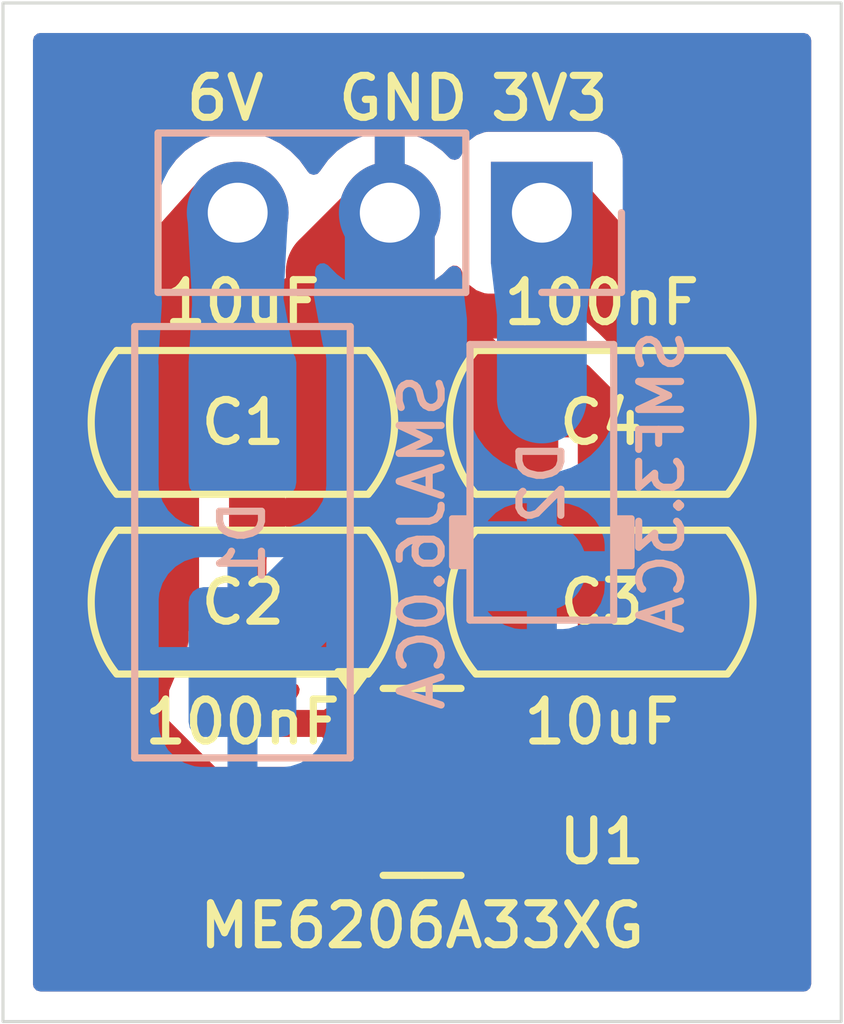
<source format=kicad_pcb>
(kicad_pcb (version 20241229) (generator "pcbnew") (generator_version "9.0")
  (layers (0 "F.Cu" signal) (2 "B.Cu" signal) (13 "F.Paste" user) (15 "B.Paste" user) (5 "F.SilkS" user "F.Silkscreen") (7 "B.SilkS" user "B.Silkscreen") (1 "F.Mask" user) (3 "B.Mask" user) (25 "Edge.Cuts" user))
  (net 0 "")
  (net 1 "+6V")
  (net 2 "GND")
  (net 3 "+3.3V")
  (footprint "PCM_Capacitor_SMD_AKL:C_1206_3216Metric" (layer "F.Cu") (at 117 66)
    (property "Reference" "C1" (at 0.007668 0 0) (layer "F.SilkS") (effects (font (size 0.7 0.7) (thickness 0.12))))
    (property "Value" "10uF" (at 0 -2 0) (layer "F.SilkS") (effects (font (size 0.7 0.7) (thickness 0.12))))
    (fp_line (start -2.1 1.2) (end 2.1 1.2) (stroke (width 0.12)) (layer "F.SilkS"))
    (fp_line (start 2.1 -1.2) (end -2.1 -1.2) (stroke (width 0.12)) (layer "F.SilkS"))
    (fp_arc (start -2.1 1.2) (mid -2.526625 0) (end -2.1 -1.2) (stroke (width 0.12)) (layer "F.SilkS"))
    (fp_arc (start 2.1 -1.2) (mid 2.541962 0) (end 2.1 1.2) (stroke (width 0.12)) (layer "F.SilkS"))
    (pad "1" smd roundrect (at -1.475 0) (size 1.15 1.8) (layers "F.Cu" "F.Mask" "F.Paste") (roundrect_rratio 0.217391) (net 1 "+6V"))
    (pad "2" smd roundrect (at 1.475 0) (size 1.15 1.8) (layers "F.Cu" "F.Mask" "F.Paste") (roundrect_rratio 0.217391) (net 2 "GND"))
  )
  (footprint "PCM_Capacitor_SMD_AKL:C_1206_3216Metric" (layer "F.Cu") (at 123 66 180)
    (property "Reference" "C4" (at 0.007668 0 0) (layer "F.SilkS") (effects (font (size 0.7 0.7) (thickness 0.12))))
    (property "Value" "100nF" (at 0 2 180) (layer "F.SilkS") (effects (font (size 0.7 0.7) (thickness 0.12))))
    (fp_line (start 2.1 -1.2) (end -2.1 -1.2) (stroke (width 0.12)) (layer "F.SilkS"))
    (fp_line (start -2.1 1.2) (end 2.1 1.2) (stroke (width 0.12)) (layer "F.SilkS"))
    (fp_arc (start 2.1 -1.2) (mid 2.541962 0) (end 2.1 1.2) (stroke (width 0.12)) (layer "F.SilkS"))
    (fp_arc (start -2.1 1.2) (mid -2.526625 0) (end -2.1 -1.2) (stroke (width 0.12)) (layer "F.SilkS"))
    (pad "1" smd roundrect (at -1.475 0 180) (size 1.15 1.8) (layers "F.Cu" "F.Mask" "F.Paste") (roundrect_rratio 0.217391) (net 3 "+3.3V"))
    (pad "2" smd roundrect (at 1.475 0 180) (size 1.15 1.8) (layers "F.Cu" "F.Mask" "F.Paste") (roundrect_rratio 0.217391) (net 2 "GND"))
  )
  (footprint "PCM_Capacitor_SMD_AKL:C_1206_3216Metric" (layer "F.Cu") (at 117 69)
    (property "Reference" "C2" (at 0.007668 0 0) (layer "F.SilkS") (effects (font (size 0.7 0.7) (thickness 0.12))))
    (property "Value" "100nF" (at 0 2 0) (layer "F.SilkS") (effects (font (size 0.7 0.7) (thickness 0.12))))
    (fp_line (start -2.1 1.2) (end 2.1 1.2) (stroke (width 0.12)) (layer "F.SilkS"))
    (fp_line (start 2.1 -1.2) (end -2.1 -1.2) (stroke (width 0.12)) (layer "F.SilkS"))
    (fp_arc (start -2.1 1.2) (mid -2.526625 0) (end -2.1 -1.2) (stroke (width 0.12)) (layer "F.SilkS"))
    (fp_arc (start 2.1 -1.2) (mid 2.541962 0) (end 2.1 1.2) (stroke (width 0.12)) (layer "F.SilkS"))
    (pad "1" smd roundrect (at -1.475 0) (size 1.15 1.8) (layers "F.Cu" "F.Mask" "F.Paste") (roundrect_rratio 0.217391) (net 1 "+6V"))
    (pad "2" smd roundrect (at 1.475 0) (size 1.15 1.8) (layers "F.Cu" "F.Mask" "F.Paste") (roundrect_rratio 0.217391) (net 2 "GND"))
  )
  (footprint "PCM_Capacitor_SMD_AKL:C_1206_3216Metric" (layer "F.Cu") (at 123 69 180)
    (property "Reference" "C3" (at 0 0 0) (layer "F.SilkS") (effects (font (size 0.7 0.7) (thickness 0.12))))
    (property "Value" "10uF" (at 0 -2 180) (layer "F.SilkS") (effects (font (size 0.7 0.7) (thickness 0.12))))
    (fp_line (start 2.1 -1.2) (end -2.1 -1.2) (stroke (width 0.12)) (layer "F.SilkS"))
    (fp_line (start -2.1 1.2) (end 2.1 1.2) (stroke (width 0.12)) (layer "F.SilkS"))
    (fp_arc (start 2.1 -1.2) (mid 2.541962 0) (end 2.1 1.2) (stroke (width 0.12)) (layer "F.SilkS"))
    (fp_arc (start -2.1 1.2) (mid -2.526625 0) (end -2.1 -1.2) (stroke (width 0.12)) (layer "F.SilkS"))
    (pad "1" smd roundrect (at -1.475 0 180) (size 1.15 1.8) (layers "F.Cu" "F.Mask" "F.Paste") (roundrect_rratio 0.217391) (net 3 "+3.3V"))
    (pad "2" smd roundrect (at 1.475 0 180) (size 1.15 1.8) (layers "F.Cu" "F.Mask" "F.Paste") (roundrect_rratio 0.217391) (net 2 "GND"))
  )
  (footprint "Package_TO_SOT_SMD:SOT-23" (layer "F.Cu") (at 120 72)
    (property "Reference" "U1" (at 3 1 0) (layer "F.SilkS") (effects (font (size 0.7 0.7) (thickness 0.12) (bold yes))))
    (property "Value" "ME6206A33XG" (at 0 2.4 0) (layer "F.SilkS") (effects (font (size 0.7 0.7) (thickness 0.12))))
    (fp_line (start 0 -1.56) (end -0.65 -1.56) (stroke (width 0.12)) (layer "F.SilkS"))
    (fp_line (start 0 -1.56) (end 0.65 -1.56) (stroke (width 0.12)) (layer "F.SilkS"))
    (fp_line (start 0 1.56) (end -0.65 1.56) (stroke (width 0.12)) (layer "F.SilkS"))
    (fp_line (start 0 1.56) (end 0.65 1.56) (stroke (width 0.12)) (layer "F.SilkS"))
    (fp_poly (pts (xy -1.1625 -1.51) (xy -1.4025 -1.84) (xy -0.9225 -1.84)) (stroke (width 0.12)) (fill yes) (layer "F.SilkS"))
    (pad "1" smd roundrect (at -0.9375 -0.95) (size 1.475 0.6) (layers "F.Cu" "F.Mask" "F.Paste") (net 2 "GND"))
    (pad "2" smd roundrect (at -0.9375 0.95) (size 1.475 0.6) (layers "F.Cu" "F.Mask" "F.Paste") (net 3 "+3.3V"))
    (pad "3" smd roundrect (at 0.9375 0) (size 1.475 0.6) (layers "F.Cu" "F.Mask" "F.Paste") (net 1 "+6V"))
  )
  (footprint "PCM_Diode_SMD_AKL:D_SMA_TVS" (layer "B.Cu") (at 117 68 90)
    (property "Reference" "D1" (at 0 0 90) (layer "B.SilkS") (effects (font (size 0.7 0.7) (thickness 0.12)) (justify mirror)))
    (property "Value" "SMAJ6.0CA" (at 0 3 90) (layer "B.SilkS") (effects (font (size 0.7 0.7) (thickness 0.12)) (justify mirror)))
    (fp_line (start 3.6 -1.8) (end 3.6 1.8) (stroke (width 0.12)) (layer "B.SilkS"))
    (fp_line (start -3.6 -1.8) (end 3.6 -1.8) (stroke (width 0.12)) (layer "B.SilkS"))
    (fp_line (start 3.6 1.8) (end -3.6 1.8) (stroke (width 0.12)) (layer "B.SilkS"))
    (fp_line (start -3.6 1.8) (end -3.6 -1.8) (stroke (width 0.12)) (layer "B.SilkS"))
    (pad "1" smd roundrect (at -2 0 90) (size 2.5 1.8) (layers "B.Cu" "B.Mask" "B.Paste") (roundrect_rratio 0.1388888889) (net 2 "GND"))
    (pad "2" smd roundrect (at 2 0 90) (size 2.5 1.8) (layers "B.Cu" "B.Mask" "B.Paste") (roundrect_rratio 0.1388888889) (net 1 "+6V"))
  )
  (footprint "Connector_PinHeader_2.54mm:PinHeader_1x03_P2.54mm_Vertical" (layer "B.Cu") (at 122 62.5 90)
    (property "Reference" "J1" (hide yes))
    (property "Value" "Conn_01x03" (hide yes))
    (fp_line (start -1.33 -6.41) (end 1.33 -6.41) (stroke (width 0.12)) (layer "B.SilkS"))
    (fp_line (start 1.33 -1.27) (end 1.33 -6.41) (stroke (width 0.12)) (layer "B.SilkS"))
    (fp_line (start -1.33 -1.27) (end -1.33 -6.41) (stroke (width 0.12)) (layer "B.SilkS"))
    (fp_line (start -1.33 -1.27) (end 1.33 -1.27) (stroke (width 0.12)) (layer "B.SilkS"))
    (fp_line (start -1.33 0) (end -1.33 1.33) (stroke (width 0.12)) (layer "B.SilkS"))
    (fp_line (start -1.33 1.33) (end 0 1.33) (stroke (width 0.12)) (layer "B.SilkS"))
    (pad "1" thru_hole rect (at 0 0 90) (size 1.7 1.7) (drill 1) (layers "*.Cu" "*.Mask") (net 3 "+3.3V"))
    (pad "2" thru_hole oval (at 0 -2.54 90) (size 1.7 1.7) (drill 1) (layers "*.Cu" "*.Mask") (net 2 "GND"))
    (pad "3" thru_hole oval (at 0 -5.08 90) (size 1.7 1.7) (drill 1) (layers "*.Cu" "*.Mask") (net 1 "+6V"))
  )
  (footprint "PCM_Diode_SMD_AKL:D_SOD-123F" (layer "B.Cu") (at 122 67 90)
    (property "Reference" "D2" (at 0 0 90) (layer "B.SilkS") (effects (font (size 0.7 0.7) (thickness 0.12)) (justify mirror)))
    (property "Value" "SMF3.3CA" (at 0 2 90) (layer "B.SilkS") (effects (font (size 0.7 0.7) (thickness 0.12)) (justify mirror)))
    (fp_line (start 2.3 -1.2) (end 2.3 1.2) (stroke (width 0.12)) (layer "B.SilkS"))
    (fp_line (start -2.3 -1.2) (end 2.3 -1.2) (stroke (width 0.12)) (layer "B.SilkS"))
    (fp_line (start 2.3 1.2) (end -2.3 1.2) (stroke (width 0.12)) (layer "B.SilkS"))
    (fp_line (start -2.3 1.2) (end -2.3 -1.2) (stroke (width 0.12)) (layer "B.SilkS"))
    (fp_poly (pts (xy -0.6 -1.5) (xy -1.4 -1.5) (xy -1.4 -1.2) (xy -0.6 -1.2)) (stroke (width 0.1)) (fill yes) (layer "B.SilkS"))
    (fp_poly (pts (xy -0.6 1.2) (xy -1.4 1.2) (xy -1.4 1.5) (xy -0.6 1.5)) (stroke (width 0.1)) (fill yes) (layer "B.SilkS"))
    (pad "1" smd roundrect (at -1.4 0 90) (size 1.1 1.1) (layers "B.Cu" "B.Mask" "B.Paste") (roundrect_rratio 0.2272727273) (net 2 "GND"))
    (pad "2" smd roundrect (at 1.4 0 90) (size 1.1 1.1) (layers "B.Cu" "B.Mask" "B.Paste") (roundrect_rratio 0.2272727273) (net 3 "+3.3V"))
  )
  (gr_rect (start 113 59) (end 127 76) (stroke (width 0.05)) (fill no) (layer "Edge.Cuts"))
  (gr_text "GND" (at 118.54 61 0) (layer "F.SilkS") (effects (font (size 0.7 0.7) (thickness 0.12) (bold yes)) (justify left bottom)))
  (gr_text "6V" (at 116 61 0) (layer "F.SilkS") (effects (font (size 0.7 0.7) (thickness 0.12) (bold yes)) (justify left bottom)))
  (gr_text "3V3" (at 121.08 61 0) (layer "F.SilkS") (effects (font (size 0.7 0.7) (thickness 0.12) (bold yes)) (justify left bottom)))
  (segment (start 115.525 66) (end 115.525 63.895) (width 1.5) (layer "F.Cu") (net 1))
  (segment (start 116.44 72) (end 115.525 71.085) (width 0.5) (layer "F.Cu") (net 1))
  (segment (start 120.9375 72) (end 116.44 72) (width 0.5) (layer "F.Cu") (net 1))
  (segment (start 115.525 71.085) (end 115.525 69) (width 0.5) (layer "F.Cu") (net 1))
  (segment (start 115.525 69) (end 115.525 66) (width 1.5) (layer "F.Cu") (net 1))
  (segment (start 115.525 63.895) (end 116.92 62.5) (width 1.5) (layer "F.Cu") (net 1))
  (segment (start 116.92 62.5) (end 116.92 65.92) (width 1.5) (layer "B.Cu") (net 1))
  (segment (start 116.92 65.92) (end 117 66) (width 1.5) (layer "B.Cu") (net 1))
  (segment (start 121.525 69) (end 121.525 66) (width 1.5) (layer "F.Cu") (net 2))
  (segment (start 118.475 69) (end 118.475 66) (width 1.5) (layer "F.Cu") (net 2))
  (segment (start 119.0625 69.5875) (end 118.475 69) (width 0.5) (layer "F.Cu") (net 2))
  (segment (start 118.475 63.485) (end 119.46 62.5) (width 1.5) (layer "F.Cu") (net 2))
  (segment (start 118.475 66) (end 118.475 63.485) (width 1.5) (layer "F.Cu") (net 2))
  (segment (start 121.525 69) (end 118.475 69) (width 1.5) (layer "F.Cu") (net 2))
  (segment (start 119.46 63.935) (end 121.525 66) (width 1.5) (layer "F.Cu") (net 2))
  (segment (start 119.0625 71.05) (end 119.0625 69.5875) (width 0.5) (layer "F.Cu") (net 2))
  (segment (start 119.46 62.5) (end 119.46 63.935) (width 1.5) (layer "F.Cu") (net 2))
  (segment (start 119.46 62.5) (end 119.46 67.54) (width 1.5) (layer "B.Cu") (net 2))
  (segment (start 122 68.4) (end 120.32 68.4) (width 1.5) (layer "B.Cu") (net 2))
  (segment (start 120.32 68.4) (end 119.46 67.54) (width 1.5) (layer "B.Cu") (net 2))
  (segment (start 119.46 67.54) (end 117 70) (width 1.5) (layer "B.Cu") (net 2))
  (segment (start 124.475 66) (end 124.475 64.975) (width 1.5) (layer "F.Cu") (net 3))
  (segment (start 124.475 69) (end 124.475 66) (width 1.5) (layer "F.Cu") (net 3))
  (segment (start 121.663952 72.95) (end 124.475 70.138952) (width 0.5) (layer "F.Cu") (net 3))
  (segment (start 119.0625 72.95) (end 121.663952 72.95) (width 0.5) (layer "F.Cu") (net 3))
  (segment (start 124.475 64.975) (end 122 62.5) (width 1.5) (layer "F.Cu") (net 3))
  (segment (start 124.475 70.138952) (end 124.475 69) (width 0.5) (layer "F.Cu") (net 3))
  (segment (start 122 62.5) (end 122 65.6) (width 1.5) (layer "B.Cu") (net 3))
  (zone (net 2) (net_name "GND") (layers "F.Cu" "B.Cu") (name "GND") (priority 3) (connect_pads (clearance 0.5)) (min_thickness 0.25) (fill yes (thermal_gap 0.5) (thermal_bridge_width 0.5))
    (polygon (pts (xy 113 59) (xy 113 76) (xy 127 76) (xy 127 59)))
  )
)
</source>
